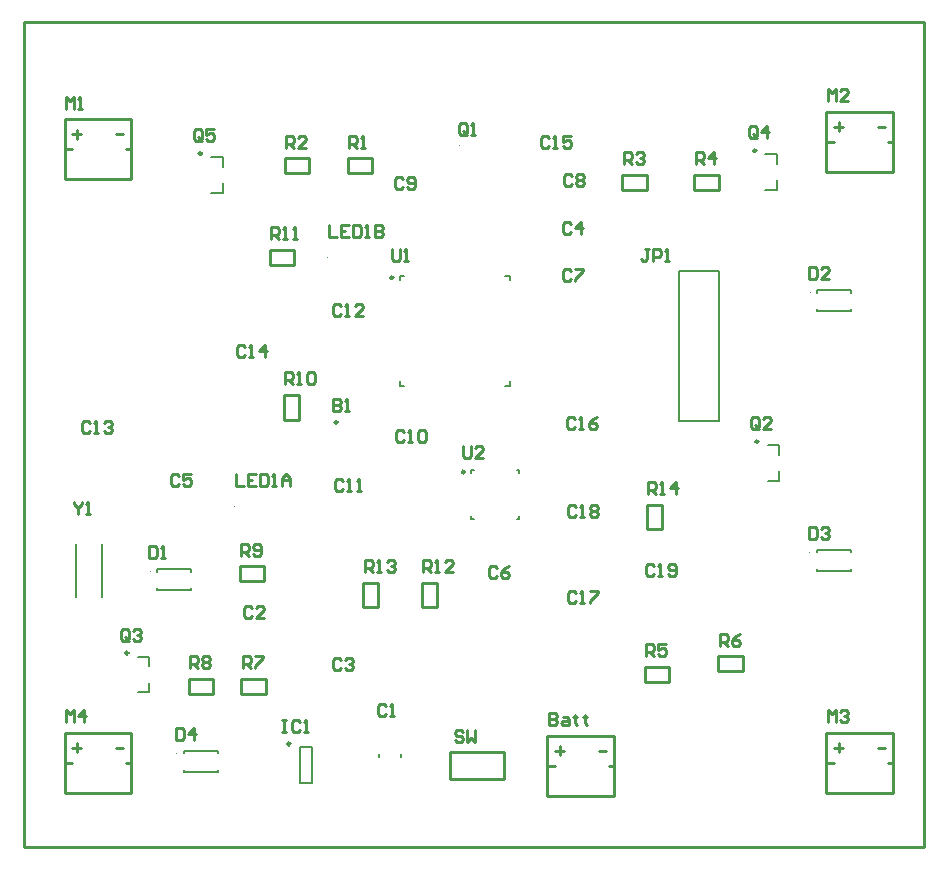
<source format=gto>
G04 Layer_Color=65535*
%FSLAX25Y25*%
%MOIN*%
G70*
G01*
G75*
%ADD31C,0.01000*%
%ADD40C,0.00984*%
%ADD41C,0.00394*%
%ADD42C,0.00787*%
D31*
X392000Y222500D02*
Y231500D01*
X396364D01*
X410000Y222500D02*
Y231500D01*
X405636Y222500D02*
X410000D01*
X392000D02*
X396364D01*
X405636Y231500D02*
X410000D01*
X396364Y222500D02*
X405636D01*
X396364Y231500D02*
X405636D01*
X250000Y200000D02*
Y475000D01*
Y200000D02*
X550000D01*
Y475000D01*
X250000D02*
X550000D01*
X337125Y342409D02*
X338375D01*
X337750Y350559D02*
X340250D01*
X341500Y342500D02*
Y350500D01*
X339000Y342409D02*
X341500D01*
X338375D02*
X339000D01*
X336500D02*
X337125D01*
X340250Y350559D02*
X341500D01*
X336559D02*
X337750D01*
X336500Y350500D02*
X336559Y350559D01*
X336500Y342500D02*
Y350500D01*
X321878Y291625D02*
Y292875D01*
X330028Y289750D02*
Y292250D01*
X321969Y288500D02*
X329969D01*
X321878D02*
Y291000D01*
Y291625D01*
Y292875D02*
Y293500D01*
X330028Y288500D02*
Y289750D01*
Y292250D02*
Y293441D01*
X329969Y293500D02*
X330028Y293441D01*
X321969Y293500D02*
X329969D01*
X331909Y397125D02*
Y398375D01*
X340059Y395250D02*
Y397750D01*
X332000Y394000D02*
X340000D01*
X331909D02*
Y396500D01*
Y397125D01*
Y398375D02*
Y399000D01*
X340059Y394000D02*
Y395250D01*
Y397750D02*
Y398941D01*
X340000Y399000D02*
X340059Y398941D01*
X332000Y399000D02*
X340000D01*
X363625Y279909D02*
X364875D01*
X364250Y288059D02*
X366750D01*
X368000Y280000D02*
Y288000D01*
X365500Y279909D02*
X368000D01*
X364875D02*
X365500D01*
X363000D02*
X363625D01*
X366750Y288059D02*
X368000D01*
X363059D02*
X364250D01*
X363000Y288000D02*
X363059Y288059D01*
X363000Y280000D02*
Y288000D01*
X383125Y279909D02*
X384375D01*
X383750Y288059D02*
X386250D01*
X387500Y280000D02*
Y288000D01*
X385000Y279909D02*
X387500D01*
X384375D02*
X385000D01*
X382500D02*
X383125D01*
X386250Y288059D02*
X387500D01*
X382559D02*
X383750D01*
X382500Y288000D02*
X382559Y288059D01*
X382500Y280000D02*
Y288000D01*
X322378Y254125D02*
Y255375D01*
X330528Y252250D02*
Y254750D01*
X322469Y251000D02*
X330469D01*
X322378D02*
Y253500D01*
Y254125D01*
Y255375D02*
Y256000D01*
X330528Y251000D02*
Y252250D01*
Y254750D02*
Y255941D01*
X330469Y256000D02*
X330528Y255941D01*
X322469Y256000D02*
X330469D01*
X456941Y258125D02*
Y259375D01*
X465091Y256250D02*
Y258750D01*
X457031Y255000D02*
X465031D01*
X456941D02*
Y257500D01*
Y258125D01*
Y259375D02*
Y260000D01*
X465091Y255000D02*
Y256250D01*
Y258750D02*
Y259941D01*
X465031Y260000D02*
X465091Y259941D01*
X457031Y260000D02*
X465031D01*
X304909Y254125D02*
Y255375D01*
X313059Y252250D02*
Y254750D01*
X305000Y251000D02*
X313000D01*
X304909D02*
Y253500D01*
Y254125D01*
Y255375D02*
Y256000D01*
X313059Y251000D02*
Y252250D01*
Y254750D02*
Y255941D01*
X313000Y256000D02*
X313059Y255941D01*
X305000Y256000D02*
X313000D01*
X481378Y261625D02*
Y262875D01*
X489528Y259750D02*
Y262250D01*
X481469Y258500D02*
X489469D01*
X481378D02*
Y261000D01*
Y261625D01*
Y262875D02*
Y263500D01*
X489528Y258500D02*
Y259750D01*
Y262250D02*
Y263441D01*
X489469Y263500D02*
X489528Y263441D01*
X481469Y263500D02*
X489469D01*
X280626Y233000D02*
X283126D01*
X266126D02*
X269126D01*
X267626Y231500D02*
Y234500D01*
X285626Y228000D02*
Y238000D01*
X263500D02*
X285626D01*
X263500Y218000D02*
Y238000D01*
Y218000D02*
X285626D01*
Y228000D01*
X263500D02*
X266126D01*
X284126D02*
X285626D01*
X534500Y233000D02*
X537000D01*
X520000D02*
X523000D01*
X521500Y231500D02*
Y234500D01*
X539500Y228000D02*
Y238000D01*
X517374D02*
X539500D01*
X517374Y218000D02*
Y238000D01*
Y218000D02*
X539500D01*
Y228000D01*
X517374D02*
X520000D01*
X538000D02*
X539500D01*
X458125Y305909D02*
X459375D01*
X458750Y314059D02*
X461250D01*
X462500Y306000D02*
Y314000D01*
X460000Y305909D02*
X462500D01*
X459375D02*
X460000D01*
X457500D02*
X458125D01*
X461250Y314059D02*
X462500D01*
X457559D02*
X458750D01*
X457500Y314000D02*
X457559Y314059D01*
X457500Y306000D02*
Y314000D01*
X357909Y427625D02*
Y428875D01*
X366059Y425750D02*
Y428250D01*
X358000Y424500D02*
X366000D01*
X357909D02*
Y427000D01*
Y427625D01*
Y428875D02*
Y429500D01*
X366059Y424500D02*
Y425750D01*
Y428250D02*
Y429441D01*
X366000Y429500D02*
X366059Y429441D01*
X358000Y429500D02*
X366000D01*
X449409Y422125D02*
Y423375D01*
X457559Y420250D02*
Y422750D01*
X449500Y419000D02*
X457500D01*
X449409D02*
Y421500D01*
Y422125D01*
Y423375D02*
Y424000D01*
X457559Y419000D02*
Y420250D01*
Y422750D02*
Y423941D01*
X457500Y424000D02*
X457559Y423941D01*
X449500Y424000D02*
X457500D01*
X441500Y232000D02*
X444000D01*
X427000D02*
X430000D01*
X428500Y230500D02*
Y233500D01*
X446500Y227000D02*
Y237000D01*
X424374D02*
X446500D01*
X424374Y217000D02*
Y237000D01*
Y217000D02*
X446500D01*
Y227000D01*
X424374D02*
X427000D01*
X445000D02*
X446500D01*
X336909Y427625D02*
Y428875D01*
X345059Y425750D02*
Y428250D01*
X337000Y424500D02*
X345000D01*
X336909D02*
Y427000D01*
Y427625D01*
Y428875D02*
Y429500D01*
X345059Y424500D02*
Y425750D01*
Y428250D02*
Y429441D01*
X345000Y429500D02*
X345059Y429441D01*
X337000Y429500D02*
X345000D01*
X473409Y422125D02*
Y423375D01*
X481559Y420250D02*
Y422750D01*
X473500Y419000D02*
X481500D01*
X473409D02*
Y421500D01*
Y422125D01*
Y423375D02*
Y424000D01*
X481559Y419000D02*
Y420250D01*
Y422750D02*
Y423941D01*
X481500Y424000D02*
X481559Y423941D01*
X473500Y424000D02*
X481500D01*
X280626Y437500D02*
X283126D01*
X266126D02*
X269126D01*
X267626Y436000D02*
Y439000D01*
X285626Y432500D02*
Y442500D01*
X263500D02*
X285626D01*
X263500Y422500D02*
Y442500D01*
Y422500D02*
X285626D01*
Y432500D01*
X263500D02*
X266126D01*
X284126D02*
X285626D01*
X534500Y440000D02*
X537000D01*
X520000D02*
X523000D01*
X521500Y438500D02*
Y441500D01*
X539500Y435000D02*
Y445000D01*
X517374D02*
X539500D01*
X517374Y425000D02*
Y445000D01*
Y425000D02*
X539500D01*
Y435000D01*
X517374D02*
X520000D01*
X538000D02*
X539500D01*
X353100Y349399D02*
Y345400D01*
X355099D01*
X355766Y346066D01*
Y346733D01*
X355099Y347399D01*
X353100D01*
X355099D01*
X355766Y348066D01*
Y348732D01*
X355099Y349399D01*
X353100D01*
X357099Y345400D02*
X358432D01*
X357765D01*
Y349399D01*
X357099Y348732D01*
X424900Y244499D02*
Y240500D01*
X426899D01*
X427566Y241166D01*
Y241833D01*
X426899Y242499D01*
X424900D01*
X426899D01*
X427566Y243166D01*
Y243832D01*
X426899Y244499D01*
X424900D01*
X429565Y243166D02*
X430898D01*
X431565Y242499D01*
Y240500D01*
X429565D01*
X428899Y241166D01*
X429565Y241833D01*
X431565D01*
X433564Y243832D02*
Y243166D01*
X432897D01*
X434230D01*
X433564D01*
Y241166D01*
X434230Y240500D01*
X436896Y243832D02*
Y243166D01*
X436230D01*
X437563D01*
X436896D01*
Y241166D01*
X437563Y240500D01*
X370666Y246832D02*
X369999Y247499D01*
X368666D01*
X368000Y246832D01*
Y244166D01*
X368666Y243500D01*
X369999D01*
X370666Y244166D01*
X371999Y243500D02*
X373332D01*
X372665D01*
Y247499D01*
X371999Y246832D01*
X325866Y279432D02*
X325199Y280099D01*
X323866D01*
X323200Y279432D01*
Y276766D01*
X323866Y276100D01*
X325199D01*
X325866Y276766D01*
X329865Y276100D02*
X327199D01*
X329865Y278766D01*
Y279432D01*
X329198Y280099D01*
X327865D01*
X327199Y279432D01*
X355666Y262132D02*
X354999Y262799D01*
X353666D01*
X353000Y262132D01*
Y259466D01*
X353666Y258800D01*
X354999D01*
X355666Y259466D01*
X356999Y262132D02*
X357665Y262799D01*
X358998D01*
X359665Y262132D01*
Y261466D01*
X358998Y260799D01*
X358332D01*
X358998D01*
X359665Y260133D01*
Y259466D01*
X358998Y258800D01*
X357665D01*
X356999Y259466D01*
X432266Y407432D02*
X431599Y408099D01*
X430266D01*
X429600Y407432D01*
Y404766D01*
X430266Y404100D01*
X431599D01*
X432266Y404766D01*
X435598Y404100D02*
Y408099D01*
X433599Y406099D01*
X436265D01*
X301766Y323432D02*
X301099Y324099D01*
X299766D01*
X299100Y323432D01*
Y320766D01*
X299766Y320100D01*
X301099D01*
X301766Y320766D01*
X305765Y324099D02*
X303099D01*
Y322099D01*
X304432Y322766D01*
X305098D01*
X305765Y322099D01*
Y320766D01*
X305098Y320100D01*
X303765D01*
X303099Y320766D01*
X407766Y292932D02*
X407099Y293599D01*
X405766D01*
X405100Y292932D01*
Y290266D01*
X405766Y289600D01*
X407099D01*
X407766Y290266D01*
X411764Y293599D02*
X410432Y292932D01*
X409099Y291599D01*
Y290266D01*
X409765Y289600D01*
X411098D01*
X411764Y290266D01*
Y290933D01*
X411098Y291599D01*
X409099D01*
X432266Y391932D02*
X431599Y392599D01*
X430266D01*
X429600Y391932D01*
Y389266D01*
X430266Y388600D01*
X431599D01*
X432266Y389266D01*
X433599Y392599D02*
X436265D01*
Y391932D01*
X433599Y389266D01*
Y388600D01*
X432766Y423432D02*
X432099Y424099D01*
X430766D01*
X430100Y423432D01*
Y420766D01*
X430766Y420100D01*
X432099D01*
X432766Y420766D01*
X434099Y423432D02*
X434765Y424099D01*
X436098D01*
X436764Y423432D01*
Y422766D01*
X436098Y422099D01*
X436764Y421433D01*
Y420766D01*
X436098Y420100D01*
X434765D01*
X434099Y420766D01*
Y421433D01*
X434765Y422099D01*
X434099Y422766D01*
Y423432D01*
X434765Y422099D02*
X436098D01*
X376266Y422432D02*
X375599Y423099D01*
X374266D01*
X373600Y422432D01*
Y419766D01*
X374266Y419100D01*
X375599D01*
X376266Y419766D01*
X377599D02*
X378265Y419100D01*
X379598D01*
X380264Y419766D01*
Y422432D01*
X379598Y423099D01*
X378265D01*
X377599Y422432D01*
Y421766D01*
X378265Y421099D01*
X380264D01*
X376566Y338232D02*
X375899Y338899D01*
X374566D01*
X373900Y338232D01*
Y335566D01*
X374566Y334900D01*
X375899D01*
X376566Y335566D01*
X377899Y334900D02*
X379232D01*
X378565D01*
Y338899D01*
X377899Y338232D01*
X381231D02*
X381897Y338899D01*
X383230D01*
X383897Y338232D01*
Y335566D01*
X383230Y334900D01*
X381897D01*
X381231Y335566D01*
Y338232D01*
X356266Y321932D02*
X355599Y322599D01*
X354266D01*
X353600Y321932D01*
Y319266D01*
X354266Y318600D01*
X355599D01*
X356266Y319266D01*
X357599Y318600D02*
X358932D01*
X358265D01*
Y322599D01*
X357599Y321932D01*
X360931Y318600D02*
X362264D01*
X361597D01*
Y322599D01*
X360931Y321932D01*
X355566Y380232D02*
X354899Y380899D01*
X353566D01*
X352900Y380232D01*
Y377566D01*
X353566Y376900D01*
X354899D01*
X355566Y377566D01*
X356899Y376900D02*
X358232D01*
X357565D01*
Y380899D01*
X356899Y380232D01*
X362897Y376900D02*
X360231D01*
X362897Y379566D01*
Y380232D01*
X362230Y380899D01*
X360897D01*
X360231Y380232D01*
X272066Y341232D02*
X271399Y341899D01*
X270066D01*
X269400Y341232D01*
Y338566D01*
X270066Y337900D01*
X271399D01*
X272066Y338566D01*
X273399Y337900D02*
X274732D01*
X274065D01*
Y341899D01*
X273399Y341232D01*
X276731D02*
X277397Y341899D01*
X278730D01*
X279397Y341232D01*
Y340566D01*
X278730Y339899D01*
X278064D01*
X278730D01*
X279397Y339233D01*
Y338566D01*
X278730Y337900D01*
X277397D01*
X276731Y338566D01*
X323566Y366632D02*
X322899Y367299D01*
X321566D01*
X320900Y366632D01*
Y363966D01*
X321566Y363300D01*
X322899D01*
X323566Y363966D01*
X324899Y363300D02*
X326232D01*
X325565D01*
Y367299D01*
X324899Y366632D01*
X330230Y363300D02*
Y367299D01*
X328231Y365299D01*
X330897D01*
X425066Y436132D02*
X424399Y436799D01*
X423066D01*
X422400Y436132D01*
Y433466D01*
X423066Y432800D01*
X424399D01*
X425066Y433466D01*
X426399Y432800D02*
X427732D01*
X427065D01*
Y436799D01*
X426399Y436132D01*
X432397Y436799D02*
X429731D01*
Y434799D01*
X431064Y435466D01*
X431730D01*
X432397Y434799D01*
Y433466D01*
X431730Y432800D01*
X430397D01*
X429731Y433466D01*
X433566Y342732D02*
X432899Y343399D01*
X431566D01*
X430900Y342732D01*
Y340066D01*
X431566Y339400D01*
X432899D01*
X433566Y340066D01*
X434899Y339400D02*
X436232D01*
X435565D01*
Y343399D01*
X434899Y342732D01*
X440897Y343399D02*
X439564Y342732D01*
X438231Y341399D01*
Y340066D01*
X438897Y339400D01*
X440230D01*
X440897Y340066D01*
Y340733D01*
X440230Y341399D01*
X438231D01*
X434066Y284732D02*
X433399Y285399D01*
X432066D01*
X431400Y284732D01*
Y282066D01*
X432066Y281400D01*
X433399D01*
X434066Y282066D01*
X435399Y281400D02*
X436732D01*
X436065D01*
Y285399D01*
X435399Y284732D01*
X438731Y285399D02*
X441397D01*
Y284732D01*
X438731Y282066D01*
Y281400D01*
X434066Y313232D02*
X433399Y313899D01*
X432066D01*
X431400Y313232D01*
Y310566D01*
X432066Y309900D01*
X433399D01*
X434066Y310566D01*
X435399Y309900D02*
X436732D01*
X436065D01*
Y313899D01*
X435399Y313232D01*
X438731D02*
X439397Y313899D01*
X440730D01*
X441397Y313232D01*
Y312566D01*
X440730Y311899D01*
X441397Y311233D01*
Y310566D01*
X440730Y309900D01*
X439397D01*
X438731Y310566D01*
Y311233D01*
X439397Y311899D01*
X438731Y312566D01*
Y313232D01*
X439397Y311899D02*
X440730D01*
X460066Y293732D02*
X459399Y294399D01*
X458066D01*
X457400Y293732D01*
Y291066D01*
X458066Y290400D01*
X459399D01*
X460066Y291066D01*
X461399Y290400D02*
X462732D01*
X462065D01*
Y294399D01*
X461399Y293732D01*
X464731Y291066D02*
X465397Y290400D01*
X466730D01*
X467397Y291066D01*
Y293732D01*
X466730Y294399D01*
X465397D01*
X464731Y293732D01*
Y293066D01*
X465397Y292399D01*
X467397D01*
X291800Y300199D02*
Y296200D01*
X293799D01*
X294466Y296866D01*
Y299532D01*
X293799Y300199D01*
X291800D01*
X295799Y296200D02*
X297132D01*
X296465D01*
Y300199D01*
X295799Y299532D01*
X511800Y393199D02*
Y389200D01*
X513799D01*
X514466Y389866D01*
Y392532D01*
X513799Y393199D01*
X511800D01*
X518465Y389200D02*
X515799D01*
X518465Y391866D01*
Y392532D01*
X517798Y393199D01*
X516465D01*
X515799Y392532D01*
X511800Y306699D02*
Y302700D01*
X513799D01*
X514466Y303366D01*
Y306032D01*
X513799Y306699D01*
X511800D01*
X515799Y306032D02*
X516465Y306699D01*
X517798D01*
X518465Y306032D01*
Y305366D01*
X517798Y304699D01*
X517132D01*
X517798D01*
X518465Y304033D01*
Y303366D01*
X517798Y302700D01*
X516465D01*
X515799Y303366D01*
X300800Y239699D02*
Y235700D01*
X302799D01*
X303466Y236366D01*
Y239032D01*
X302799Y239699D01*
X300800D01*
X306798Y235700D02*
Y239699D01*
X304799Y237699D01*
X307465D01*
X336100Y242299D02*
X337433D01*
X336766D01*
Y238300D01*
X336100D01*
X337433D01*
X342098Y241632D02*
X341432Y242299D01*
X340099D01*
X339432Y241632D01*
Y238966D01*
X340099Y238300D01*
X341432D01*
X342098Y238966D01*
X343431Y238300D02*
X344764D01*
X344097D01*
Y242299D01*
X343431Y241632D01*
X458366Y399399D02*
X457033D01*
X457699D01*
Y396066D01*
X457033Y395400D01*
X456366D01*
X455700Y396066D01*
X459699Y395400D02*
Y399399D01*
X461698D01*
X462364Y398732D01*
Y397399D01*
X461698Y396733D01*
X459699D01*
X463697Y395400D02*
X465030D01*
X464364D01*
Y399399D01*
X463697Y398732D01*
X320600Y324199D02*
Y320200D01*
X323266D01*
X327264Y324199D02*
X324599D01*
Y320200D01*
X327264D01*
X324599Y322199D02*
X325932D01*
X328597Y324199D02*
Y320200D01*
X330597D01*
X331263Y320866D01*
Y323532D01*
X330597Y324199D01*
X328597D01*
X332596Y320200D02*
X333929D01*
X333263D01*
Y324199D01*
X332596Y323532D01*
X335928Y320200D02*
Y322866D01*
X337261Y324199D01*
X338594Y322866D01*
Y320200D01*
Y322199D01*
X335928D01*
X351600Y407199D02*
Y403200D01*
X354266D01*
X358264Y407199D02*
X355599D01*
Y403200D01*
X358264D01*
X355599Y405199D02*
X356932D01*
X359597Y407199D02*
Y403200D01*
X361597D01*
X362263Y403866D01*
Y406532D01*
X361597Y407199D01*
X359597D01*
X363596Y403200D02*
X364929D01*
X364263D01*
Y407199D01*
X363596Y406532D01*
X366928Y407199D02*
Y403200D01*
X368928D01*
X369594Y403866D01*
Y404533D01*
X368928Y405199D01*
X366928D01*
X368928D01*
X369594Y405866D01*
Y406532D01*
X368928Y407199D01*
X366928D01*
X264000Y446000D02*
Y449999D01*
X265333Y448666D01*
X266666Y449999D01*
Y446000D01*
X267999D02*
X269332D01*
X268665D01*
Y449999D01*
X267999Y449332D01*
X517900Y448500D02*
Y452499D01*
X519233Y451166D01*
X520566Y452499D01*
Y448500D01*
X524565D02*
X521899D01*
X524565Y451166D01*
Y451832D01*
X523898Y452499D01*
X522565D01*
X521899Y451832D01*
X264000Y241500D02*
Y245499D01*
X265333Y244166D01*
X266666Y245499D01*
Y241500D01*
X269998D02*
Y245499D01*
X267999Y243499D01*
X270665D01*
X517900Y241500D02*
Y245499D01*
X519233Y244166D01*
X520566Y245499D01*
Y241500D01*
X521899Y244832D02*
X522565Y245499D01*
X523898D01*
X524565Y244832D01*
Y244166D01*
X523898Y243499D01*
X523232D01*
X523898D01*
X524565Y242833D01*
Y242166D01*
X523898Y241500D01*
X522565D01*
X521899Y242166D01*
X397766Y437966D02*
Y440632D01*
X397099Y441299D01*
X395766D01*
X395100Y440632D01*
Y437966D01*
X395766Y437300D01*
X397099D01*
X396433Y438633D02*
X397766Y437300D01*
X397099D02*
X397766Y437966D01*
X399099Y437300D02*
X400432D01*
X399765D01*
Y441299D01*
X399099Y440632D01*
X494966Y339766D02*
Y342432D01*
X494299Y343099D01*
X492966D01*
X492300Y342432D01*
Y339766D01*
X492966Y339100D01*
X494299D01*
X493633Y340433D02*
X494966Y339100D01*
X494299D02*
X494966Y339766D01*
X498965Y339100D02*
X496299D01*
X498965Y341766D01*
Y342432D01*
X498298Y343099D01*
X496965D01*
X496299Y342432D01*
X284966Y269266D02*
Y271932D01*
X284299Y272599D01*
X282966D01*
X282300Y271932D01*
Y269266D01*
X282966Y268600D01*
X284299D01*
X283633Y269933D02*
X284966Y268600D01*
X284299D02*
X284966Y269266D01*
X286299Y271932D02*
X286965Y272599D01*
X288298D01*
X288965Y271932D01*
Y271266D01*
X288298Y270599D01*
X287632D01*
X288298D01*
X288965Y269933D01*
Y269266D01*
X288298Y268600D01*
X286965D01*
X286299Y269266D01*
X494266Y436766D02*
Y439432D01*
X493599Y440099D01*
X492266D01*
X491600Y439432D01*
Y436766D01*
X492266Y436100D01*
X493599D01*
X492933Y437433D02*
X494266Y436100D01*
X493599D02*
X494266Y436766D01*
X497598Y436100D02*
Y440099D01*
X495599Y438099D01*
X498265D01*
X309466Y435766D02*
Y438432D01*
X308799Y439099D01*
X307466D01*
X306800Y438432D01*
Y435766D01*
X307466Y435100D01*
X308799D01*
X308133Y436433D02*
X309466Y435100D01*
X308799D02*
X309466Y435766D01*
X313464Y439099D02*
X310799D01*
Y437099D01*
X312132Y437766D01*
X312798D01*
X313464Y437099D01*
Y435766D01*
X312798Y435100D01*
X311465D01*
X310799Y435766D01*
X358368Y433000D02*
Y436999D01*
X360368D01*
X361034Y436332D01*
Y434999D01*
X360368Y434333D01*
X358368D01*
X359701D02*
X361034Y433000D01*
X362367D02*
X363700D01*
X363034D01*
Y436999D01*
X362367Y436332D01*
X337432Y433000D02*
Y436999D01*
X339431D01*
X340097Y436332D01*
Y434999D01*
X339431Y434333D01*
X337432D01*
X338764D02*
X340097Y433000D01*
X344096D02*
X341430D01*
X344096Y435666D01*
Y436332D01*
X343430Y436999D01*
X342097D01*
X341430Y436332D01*
X449900Y427500D02*
Y431499D01*
X451899D01*
X452566Y430832D01*
Y429499D01*
X451899Y428833D01*
X449900D01*
X451233D02*
X452566Y427500D01*
X453899Y430832D02*
X454565Y431499D01*
X455898D01*
X456565Y430832D01*
Y430166D01*
X455898Y429499D01*
X455232D01*
X455898D01*
X456565Y428833D01*
Y428166D01*
X455898Y427500D01*
X454565D01*
X453899Y428166D01*
X473900Y427500D02*
Y431499D01*
X475899D01*
X476566Y430832D01*
Y429499D01*
X475899Y428833D01*
X473900D01*
X475233D02*
X476566Y427500D01*
X479898D02*
Y431499D01*
X477899Y429499D01*
X480564D01*
X457400Y263500D02*
Y267499D01*
X459399D01*
X460066Y266832D01*
Y265499D01*
X459399Y264833D01*
X457400D01*
X458733D02*
X460066Y263500D01*
X464065Y267499D02*
X461399D01*
Y265499D01*
X462732Y266166D01*
X463398D01*
X464065Y265499D01*
Y264166D01*
X463398Y263500D01*
X462065D01*
X461399Y264166D01*
X481900Y267000D02*
Y270999D01*
X483899D01*
X484566Y270332D01*
Y268999D01*
X483899Y268333D01*
X481900D01*
X483233D02*
X484566Y267000D01*
X488564Y270999D02*
X487232Y270332D01*
X485899Y268999D01*
Y267666D01*
X486565Y267000D01*
X487898D01*
X488564Y267666D01*
Y268333D01*
X487898Y268999D01*
X485899D01*
X322900Y259500D02*
Y263499D01*
X324899D01*
X325566Y262832D01*
Y261499D01*
X324899Y260833D01*
X322900D01*
X324233D02*
X325566Y259500D01*
X326899Y263499D02*
X329564D01*
Y262832D01*
X326899Y260166D01*
Y259500D01*
X305400D02*
Y263499D01*
X307399D01*
X308066Y262832D01*
Y261499D01*
X307399Y260833D01*
X305400D01*
X306733D02*
X308066Y259500D01*
X309399Y262832D02*
X310065Y263499D01*
X311398D01*
X312065Y262832D01*
Y262166D01*
X311398Y261499D01*
X312065Y260833D01*
Y260166D01*
X311398Y259500D01*
X310065D01*
X309399Y260166D01*
Y260833D01*
X310065Y261499D01*
X309399Y262166D01*
Y262832D01*
X310065Y261499D02*
X311398D01*
X322400Y297000D02*
Y300999D01*
X324399D01*
X325066Y300332D01*
Y298999D01*
X324399Y298333D01*
X322400D01*
X323733D02*
X325066Y297000D01*
X326399Y297666D02*
X327065Y297000D01*
X328398D01*
X329064Y297666D01*
Y300332D01*
X328398Y300999D01*
X327065D01*
X326399Y300332D01*
Y299666D01*
X327065Y298999D01*
X329064D01*
X337000Y354100D02*
Y358099D01*
X338999D01*
X339666Y357432D01*
Y356099D01*
X338999Y355433D01*
X337000D01*
X338333D02*
X339666Y354100D01*
X340999D02*
X342332D01*
X341665D01*
Y358099D01*
X340999Y357432D01*
X344331D02*
X344997Y358099D01*
X346330D01*
X346997Y357432D01*
Y354766D01*
X346330Y354100D01*
X344997D01*
X344331Y354766D01*
Y357432D01*
X332400Y402500D02*
Y406499D01*
X334399D01*
X335066Y405832D01*
Y404499D01*
X334399Y403833D01*
X332400D01*
X333733D02*
X335066Y402500D01*
X336399D02*
X337732D01*
X337065D01*
Y406499D01*
X336399Y405832D01*
X339731Y402500D02*
X341064D01*
X340397D01*
Y406499D01*
X339731Y405832D01*
X383000Y291600D02*
Y295599D01*
X384999D01*
X385666Y294932D01*
Y293599D01*
X384999Y292933D01*
X383000D01*
X384333D02*
X385666Y291600D01*
X386999D02*
X388332D01*
X387665D01*
Y295599D01*
X386999Y294932D01*
X392997Y291600D02*
X390331D01*
X392997Y294266D01*
Y294932D01*
X392330Y295599D01*
X390997D01*
X390331Y294932D01*
X363500Y291600D02*
Y295599D01*
X365499D01*
X366166Y294932D01*
Y293599D01*
X365499Y292933D01*
X363500D01*
X364833D02*
X366166Y291600D01*
X367499D02*
X368832D01*
X368165D01*
Y295599D01*
X367499Y294932D01*
X370831D02*
X371497Y295599D01*
X372830D01*
X373497Y294932D01*
Y294266D01*
X372830Y293599D01*
X372164D01*
X372830D01*
X373497Y292933D01*
Y292266D01*
X372830Y291600D01*
X371497D01*
X370831Y292266D01*
X458000Y317600D02*
Y321599D01*
X459999D01*
X460666Y320932D01*
Y319599D01*
X459999Y318933D01*
X458000D01*
X459333D02*
X460666Y317600D01*
X461999D02*
X463332D01*
X462665D01*
Y321599D01*
X461999Y320932D01*
X467330Y317600D02*
Y321599D01*
X465331Y319599D01*
X467997D01*
X396166Y238332D02*
X395499Y238999D01*
X394166D01*
X393500Y238332D01*
Y237666D01*
X394166Y236999D01*
X395499D01*
X396166Y236333D01*
Y235666D01*
X395499Y235000D01*
X394166D01*
X393500Y235666D01*
X397499Y238999D02*
Y235000D01*
X398832Y236333D01*
X400165Y235000D01*
Y238999D01*
X372600Y399099D02*
Y395766D01*
X373266Y395100D01*
X374599D01*
X375266Y395766D01*
Y399099D01*
X376599Y395100D02*
X377932D01*
X377265D01*
Y399099D01*
X376599Y398432D01*
X396400Y333699D02*
Y330366D01*
X397066Y329700D01*
X398399D01*
X399066Y330366D01*
Y333699D01*
X403064Y329700D02*
X400399D01*
X403064Y332366D01*
Y333032D01*
X402398Y333699D01*
X401065D01*
X400399Y333032D01*
X266700Y314799D02*
Y314132D01*
X268033Y312799D01*
X269366Y314132D01*
Y314799D01*
X268033Y312799D02*
Y310800D01*
X270699D02*
X272032D01*
X271365D01*
Y314799D01*
X270699Y314132D01*
D40*
X396862Y324980D02*
G03*
X396862Y324980I-492J0D01*
G01*
X354492Y341453D02*
G03*
X354492Y341453I-492J0D01*
G01*
X373126Y389717D02*
G03*
X373126Y389717I-492J0D01*
G01*
X284768Y264587D02*
G03*
X284768Y264587I-492J0D01*
G01*
X494768Y335087D02*
G03*
X494768Y335087I-492J0D01*
G01*
X338772Y234347D02*
G03*
X338772Y234347I-492J0D01*
G01*
X309268Y431087D02*
G03*
X309268Y431087I-492J0D01*
G01*
X494043Y432087D02*
G03*
X494043Y432087I-492J0D01*
G01*
D41*
X351153Y396319D02*
G03*
X351153Y396319I-197J0D01*
G01*
X320153Y313319D02*
G03*
X320153Y313319I-197J0D01*
G01*
X395354Y433874D02*
G03*
X395354Y433874I-197J0D01*
G01*
X301028Y231256D02*
G03*
X301028Y231256I-197J0D01*
G01*
X512028Y298256D02*
G03*
X512028Y298256I-197J0D01*
G01*
X292028Y291756D02*
G03*
X292028Y291756I-197J0D01*
G01*
X512028Y384756D02*
G03*
X512028Y384756I-197J0D01*
G01*
D42*
X398929Y309429D02*
X399815D01*
X398929D02*
Y310315D01*
X414185Y309429D02*
X415071D01*
Y310315D01*
Y324685D02*
Y325571D01*
X414185D02*
X415071D01*
X398929D02*
X399815D01*
X398929Y324685D02*
Y325571D01*
X267169Y283142D02*
Y300858D01*
X275831Y283142D02*
Y300858D01*
X375193Y388831D02*
Y390307D01*
X376669D01*
X410331D02*
X411807D01*
Y388831D02*
Y390307D01*
Y353693D02*
Y355169D01*
X410331Y353693D02*
X411807D01*
X375193D02*
Y355169D01*
Y353693D02*
X376669D01*
X291756Y251594D02*
Y254744D01*
X287819Y251594D02*
X291756D01*
Y260256D02*
Y263406D01*
X287819D02*
X291756D01*
X501756Y322094D02*
Y325244D01*
X497819Y322094D02*
X501756D01*
Y330756D02*
Y333906D01*
X497819D02*
X501756D01*
X314709Y224957D02*
Y225744D01*
X303291Y224957D02*
Y225744D01*
X314709Y231256D02*
Y232043D01*
X303291Y231256D02*
Y232043D01*
Y224957D02*
X314709D01*
X303291Y232043D02*
X314709D01*
X525709Y291957D02*
Y292744D01*
X514291Y291957D02*
Y292744D01*
X525709Y298256D02*
Y299043D01*
X514291Y298256D02*
Y299043D01*
Y291957D02*
X525709D01*
X514291Y299043D02*
X525709D01*
X375543Y229909D02*
Y231091D01*
X368457Y229909D02*
Y231091D01*
X468209Y392000D02*
X475000D01*
X481791D01*
Y342000D02*
Y392000D01*
X468209Y342000D02*
X481791D01*
X468209D02*
Y392000D01*
X345858Y221157D02*
Y233362D01*
X341921Y221157D02*
Y233362D01*
Y221157D02*
X345858D01*
X341921Y233362D02*
X345858D01*
X316256Y418094D02*
Y421244D01*
X312319Y418094D02*
X316256D01*
Y426756D02*
Y429906D01*
X312319D02*
X316256D01*
X501031Y419094D02*
Y422244D01*
X497094Y419094D02*
X501031D01*
Y427756D02*
Y430906D01*
X497094D02*
X501031D01*
X305709Y285457D02*
Y286244D01*
X294291Y285457D02*
Y286244D01*
X305709Y291756D02*
Y292543D01*
X294291Y291756D02*
Y292543D01*
Y285457D02*
X305709D01*
X294291Y292543D02*
X305709D01*
X525709Y378457D02*
Y379244D01*
X514291Y378457D02*
Y379244D01*
X525709Y384756D02*
Y385543D01*
X514291Y384756D02*
Y385543D01*
Y378457D02*
X525709D01*
X514291Y385543D02*
X525709D01*
M02*

</source>
